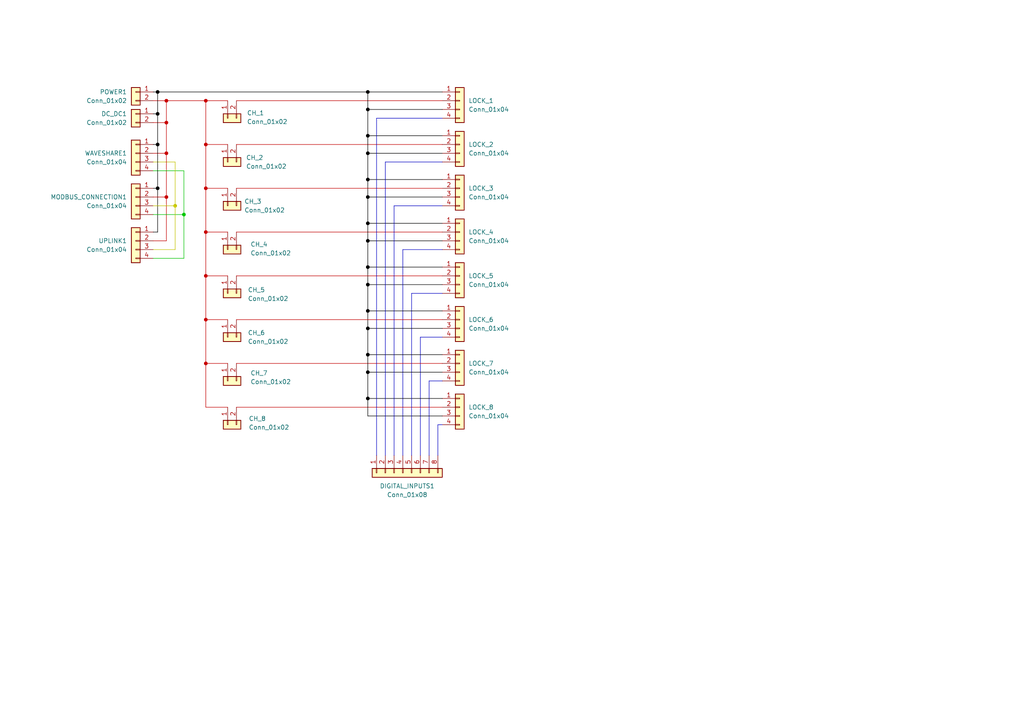
<source format=kicad_sch>
(kicad_sch (version 20250114) (generator "eeschema") (generator_version "9.0")
  (paper "A4")
  (lib_symbols
    (symbol "Connector_Generic:Conn_01x02" (pin_names (offset 1.016) (hide yes))
      (property "Reference" "J" (at 0 2.54 0))
      (property "Value" "Conn_01x02" (at 0 -5.08 0))
      (symbol "Conn_01x02_1_1"
        (rectangle (start -1.27 1.27) (end 1.27 -3.81) (stroke (width 0.254)) (fill (type background)))
        (rectangle (start -1.27 0.127) (end 0 -0.127) (stroke (width 0.1524)))
        (rectangle (start -1.27 -2.413) (end 0 -2.667) (stroke (width 0.1524)))
        (pin passive line (at -5.08 0 0) (length 3.81) (name "Pin_1") (number "1"))
        (pin passive line (at -5.08 -2.54 0) (length 3.81) (name "Pin_2") (number "2"))
      )
    )
    (symbol "Connector_Generic:Conn_01x04" (pin_names (offset 1.016) (hide yes))
      (property "Reference" "J" (at 0 5.08 0))
      (property "Value" "Conn_01x04" (at 0 -7.62 0))
      (symbol "Conn_01x04_1_1"
        (rectangle (start -1.27 3.81) (end 1.27 -6.35) (stroke (width 0.254)) (fill (type background)))
        (rectangle (start -1.27 2.667) (end 0 2.413) (stroke (width 0.1524)))
        (rectangle (start -1.27 0.127) (end 0 -0.127) (stroke (width 0.1524)))
        (rectangle (start -1.27 -2.413) (end 0 -2.667) (stroke (width 0.1524)))
        (rectangle (start -1.27 -4.953) (end 0 -5.207) (stroke (width 0.1524)))
        (pin passive line (at -5.08 2.54 0) (length 3.81) (name "Pin_1") (number "1"))
        (pin passive line (at -5.08 0 0) (length 3.81) (name "Pin_2") (number "2"))
        (pin passive line (at -5.08 -2.54 0) (length 3.81) (name "Pin_3") (number "3"))
        (pin passive line (at -5.08 -5.08 0) (length 3.81) (name "Pin_4") (number "4"))
      )
    )
    (symbol "Connector_Generic:Conn_01x08" (pin_names (offset 1.016) (hide yes))
      (property "Reference" "J" (at 0 10.16 0))
      (property "Value" "Conn_01x08" (at 0 -12.7 0))
      (symbol "Conn_01x08_1_1"
        (rectangle (start -1.27 8.89) (end 1.27 -11.43) (stroke (width 0.254)) (fill (type background)))
        (rectangle (start -1.27 7.747) (end 0 7.493) (stroke (width 0.1524)))
        (rectangle (start -1.27 5.207) (end 0 4.953) (stroke (width 0.1524)))
        (rectangle (start -1.27 2.667) (end 0 2.413) (stroke (width 0.1524)))
        (rectangle (start -1.27 0.127) (end 0 -0.127) (stroke (width 0.1524)))
        (rectangle (start -1.27 -2.413) (end 0 -2.667) (stroke (width 0.1524)))
        (rectangle (start -1.27 -4.953) (end 0 -5.207) (stroke (width 0.1524)))
        (rectangle (start -1.27 -7.493) (end 0 -7.747) (stroke (width 0.1524)))
        (rectangle (start -1.27 -10.033) (end 0 -10.287) (stroke (width 0.1524)))
        (pin passive line (at -5.08 7.62 0) (length 3.81) (name "Pin_1") (number "1"))
        (pin passive line (at -5.08 5.08 0) (length 3.81) (name "Pin_2") (number "2"))
        (pin passive line (at -5.08 2.54 0) (length 3.81) (name "Pin_3") (number "3"))
        (pin passive line (at -5.08 0 0) (length 3.81) (name "Pin_4") (number "4"))
        (pin passive line (at -5.08 -2.54 0) (length 3.81) (name "Pin_5") (number "5"))
        (pin passive line (at -5.08 -5.08 0) (length 3.81) (name "Pin_6") (number "6"))
        (pin passive line (at -5.08 -7.62 0) (length 3.81) (name "Pin_7") (number "7"))
        (pin passive line (at -5.08 -10.16 0) (length 3.81) (name "Pin_8") (number "8"))
      )
    )
  )
  (junction (at 59.69 41.91) (color 194 0 0 1))
  (junction (at 106.68 64.77) (color 0 0 0 1))
  (junction (at 106.68 39.37) (color 0 0 0 1))
  (junction (at 48.26 29.21) (color 194 0 0 1))
  (junction (at 106.68 69.85) (color 0 0 0 1))
  (junction (at 45.72 33.02) (color 0 0 0 1))
  (junction (at 59.69 54.61) (color 194 0 0 1))
  (junction (at 48.26 44.45) (color 194 0 0 1))
  (junction (at 53.34 62.23) (color 0 194 0 1))
  (junction (at 45.72 54.61) (color 0 0 0 1))
  (junction (at 50.8 59.69) (color 194 194 0 1))
  (junction (at 59.69 67.31) (color 194 0 0 1))
  (junction (at 45.72 41.91) (color 0 0 0 1))
  (junction (at 106.68 115.57) (color 0 0 0 1))
  (junction (at 48.26 57.15) (color 194 0 0 1))
  (junction (at 59.69 29.21) (color 194 0 0 1))
  (junction (at 106.68 77.47) (color 0 0 0 1))
  (junction (at 48.26 35.56) (color 194 0 0 1))
  (junction (at 106.68 82.55) (color 0 0 0 1))
  (junction (at 106.68 102.87) (color 0 0 0 1))
  (junction (at 59.69 105.41) (color 194 0 0 1))
  (junction (at 106.68 107.95) (color 0 0 0 1))
  (junction (at 59.69 92.71) (color 194 0 0 1))
  (junction (at 106.68 52.07) (color 0 0 0 1))
  (junction (at 45.72 26.67) (color 0 0 0 1))
  (junction (at 106.68 57.15) (color 0 0 0 1))
  (junction (at 106.68 90.17) (color 0 0 0 1))
  (junction (at 106.68 95.25) (color 0 0 0 1))
  (junction (at 59.69 80.01) (color 194 0 0 1))
  (junction (at 106.68 31.75) (color 0 0 0 1))
  (junction (at 106.68 44.45) (color 0 0 0 1))
  (junction (at 106.68 26.67) (color 0 0 0 1))
  (wire (pts (xy 68.58 54.61) (xy 128.27 54.61)) (stroke (width 0) (color 194 0 0 1)))
  (wire (pts (xy 119.38 132.08) (xy 119.38 85.09)) (stroke (width 0) (color 0 0 194 1)))
  (wire (pts (xy 128.27 52.07) (xy 106.68 52.07)) (stroke (width 0) (color 0 0 0 1)))
  (wire (pts (xy 48.26 29.21) (xy 59.69 29.21)) (stroke (width 0) (color 194 0 0 1)))
  (wire (pts (xy 53.34 62.23) (xy 44.45 62.23)) (stroke (width 0) (color 0 194 0 1)))
  (wire (pts (xy 106.68 90.17) (xy 106.68 82.55)) (stroke (width 0) (color 0 0 0 1)))
  (wire (pts (xy 106.68 95.25) (xy 106.68 90.17)) (stroke (width 0) (color 0 0 0 1)))
  (wire (pts (xy 106.68 77.47) (xy 106.68 69.85)) (stroke (width 0) (color 0 0 0 1)))
  (wire (pts (xy 106.68 120.65) (xy 106.68 115.57)) (stroke (width 0) (color 0 0 0 1)))
  (wire (pts (xy 44.45 46.99) (xy 50.8 46.99)) (stroke (width 0) (color 194 194 0 1)))
  (wire (pts (xy 127 123.19) (xy 128.27 123.19)) (stroke (width 0) (color 0 0 194 1)))
  (wire (pts (xy 66.04 41.91) (xy 59.69 41.91)) (stroke (width 0) (color 194 0 0 1)))
  (wire (pts (xy 116.84 132.08) (xy 116.84 72.39)) (stroke (width 0) (color 0 0 194 1)))
  (wire (pts (xy 106.68 44.45) (xy 106.68 39.37)) (stroke (width 0) (color 0 0 0 1)))
  (wire (pts (xy 44.45 35.56) (xy 48.26 35.56)) (stroke (width 0) (color 194 0 0 1)))
  (wire (pts (xy 116.84 72.39) (xy 128.27 72.39)) (stroke (width 0) (color 0 0 194 1)))
  (wire (pts (xy 106.68 39.37) (xy 106.68 31.75)) (stroke (width 0) (color 0 0 0 1)))
  (wire (pts (xy 106.68 69.85) (xy 128.27 69.85)) (stroke (width 0) (color 0 0 0 1)))
  (wire (pts (xy 44.45 54.61) (xy 45.72 54.61)) (stroke (width 0) (color 0 0 0 1)))
  (wire (pts (xy 106.68 115.57) (xy 106.68 107.95)) (stroke (width 0) (color 0 0 0 1)))
  (wire (pts (xy 53.34 62.23) (xy 53.34 74.93)) (stroke (width 0) (color 0 194 0 1)))
  (wire (pts (xy 128.27 90.17) (xy 106.68 90.17)) (stroke (width 0) (color 0 0 0 1)))
  (wire (pts (xy 50.8 59.69) (xy 44.45 59.69)) (stroke (width 0) (color 194 194 0 1)))
  (wire (pts (xy 45.72 54.61) (xy 45.72 41.91)) (stroke (width 0) (color 0 0 0 1)))
  (wire (pts (xy 68.58 41.91) (xy 128.27 41.91)) (stroke (width 0) (color 194 0 0 1)))
  (wire (pts (xy 44.45 49.53) (xy 53.34 49.53)) (stroke (width 0) (color 0 194 0 1)))
  (wire (pts (xy 106.68 69.85) (xy 106.68 64.77)) (stroke (width 0) (color 0 0 0 1)))
  (wire (pts (xy 109.22 34.29) (xy 128.27 34.29)) (stroke (width 0) (color 0 0 194 1)))
  (wire (pts (xy 106.68 31.75) (xy 106.68 26.67)) (stroke (width 0) (color 0 0 0 1)))
  (wire (pts (xy 44.45 69.85) (xy 48.26 69.85)) (stroke (width 0) (color 194 0 0 1)))
  (wire (pts (xy 127 132.08) (xy 127 123.19)) (stroke (width 0) (color 0 0 194 1)))
  (wire (pts (xy 106.68 57.15) (xy 128.27 57.15)) (stroke (width 0) (color 0 0 0 1)))
  (wire (pts (xy 68.58 67.31) (xy 128.27 67.31)) (stroke (width 0) (color 194 0 0 1)))
  (wire (pts (xy 50.8 72.39) (xy 50.8 59.69)) (stroke (width 0) (color 194 194 0 1)))
  (wire (pts (xy 45.72 26.67) (xy 106.68 26.67)) (stroke (width 0) (color 0 0 0 1)))
  (wire (pts (xy 106.68 52.07) (xy 106.68 44.45)) (stroke (width 0) (color 0 0 0 1)))
  (wire (pts (xy 48.26 57.15) (xy 48.26 44.45)) (stroke (width 0) (color 194 0 0 1)))
  (wire (pts (xy 119.38 85.09) (xy 128.27 85.09)) (stroke (width 0) (color 0 0 194 1)))
  (wire (pts (xy 106.68 107.95) (xy 106.68 102.87)) (stroke (width 0) (color 0 0 0 1)))
  (wire (pts (xy 106.68 64.77) (xy 106.68 57.15)) (stroke (width 0) (color 0 0 0 1)))
  (wire (pts (xy 59.69 92.71) (xy 59.69 80.01)) (stroke (width 0) (color 194 0 0 1)))
  (wire (pts (xy 59.69 54.61) (xy 59.69 41.91)) (stroke (width 0) (color 194 0 0 1)))
  (wire (pts (xy 128.27 105.41) (xy 68.58 105.41)) (stroke (width 0) (color 194 0 0 1)))
  (wire (pts (xy 121.92 97.79) (xy 121.92 132.08)) (stroke (width 0) (color 0 0 194 1)))
  (wire (pts (xy 68.58 92.71) (xy 128.27 92.71)) (stroke (width 0) (color 194 0 0 1)))
  (wire (pts (xy 66.04 92.71) (xy 59.69 92.71)) (stroke (width 0) (color 194 0 0 1)))
  (wire (pts (xy 106.68 102.87) (xy 106.68 95.25)) (stroke (width 0) (color 0 0 0 1)))
  (wire (pts (xy 59.69 41.91) (xy 59.69 29.21)) (stroke (width 0) (color 194 0 0 1)))
  (wire (pts (xy 59.69 118.11) (xy 59.69 105.41)) (stroke (width 0) (color 194 0 0 1)))
  (wire (pts (xy 106.68 26.67) (xy 128.27 26.67)) (stroke (width 0) (color 0 0 0 1)))
  (wire (pts (xy 106.68 107.95) (xy 128.27 107.95)) (stroke (width 0) (color 0 0 0 1)))
  (wire (pts (xy 109.22 132.08) (xy 109.22 34.29)) (stroke (width 0) (color 0 0 194 1)))
  (wire (pts (xy 111.76 132.08) (xy 111.76 46.99)) (stroke (width 0) (color 0 0 194 1)))
  (wire (pts (xy 53.34 49.53) (xy 53.34 62.23)) (stroke (width 0) (color 0 194 0 1)))
  (wire (pts (xy 59.69 105.41) (xy 59.69 92.71)) (stroke (width 0) (color 194 0 0 1)))
  (wire (pts (xy 44.45 26.67) (xy 45.72 26.67)) (stroke (width 0) (color 0 0 0 1)))
  (wire (pts (xy 68.58 29.21) (xy 128.27 29.21)) (stroke (width 0) (color 194 0 0 1)))
  (wire (pts (xy 128.27 64.77) (xy 106.68 64.77)) (stroke (width 0) (color 0 0 0 1)))
  (wire (pts (xy 44.45 57.15) (xy 48.26 57.15)) (stroke (width 0) (color 194 0 0 1)))
  (wire (pts (xy 44.45 74.93) (xy 53.34 74.93)) (stroke (width 0) (color 0 194 0 1)))
  (wire (pts (xy 66.04 54.61) (xy 59.69 54.61)) (stroke (width 0) (color 194 0 0 1)))
  (wire (pts (xy 45.72 33.02) (xy 45.72 26.67)) (stroke (width 0) (color 0 0 0 1)))
  (wire (pts (xy 128.27 115.57) (xy 106.68 115.57)) (stroke (width 0) (color 0 0 0 1)))
  (wire (pts (xy 44.45 29.21) (xy 48.26 29.21)) (stroke (width 0) (color 194 0 0 1)))
  (wire (pts (xy 114.3 59.69) (xy 128.27 59.69)) (stroke (width 0) (color 0 0 194 1)))
  (wire (pts (xy 44.45 67.31) (xy 45.72 67.31)) (stroke (width 0) (color 0 0 0 1)))
  (wire (pts (xy 59.69 29.21) (xy 66.04 29.21)) (stroke (width 0) (color 194 0 0 1)))
  (wire (pts (xy 59.69 67.31) (xy 59.69 54.61)) (stroke (width 0) (color 194 0 0 1)))
  (wire (pts (xy 106.68 31.75) (xy 128.27 31.75)) (stroke (width 0) (color 0 0 0 1)))
  (wire (pts (xy 66.04 118.11) (xy 59.69 118.11)) (stroke (width 0) (color 194 0 0 1)))
  (wire (pts (xy 128.27 39.37) (xy 106.68 39.37)) (stroke (width 0) (color 0 0 0 1)))
  (wire (pts (xy 66.04 105.41) (xy 59.69 105.41)) (stroke (width 0) (color 194 0 0 1)))
  (wire (pts (xy 44.45 72.39) (xy 50.8 72.39)) (stroke (width 0) (color 194 194 0 1)))
  (wire (pts (xy 68.58 118.11) (xy 128.27 118.11)) (stroke (width 0) (color 194 0 0 1)))
  (wire (pts (xy 48.26 44.45) (xy 48.26 35.56)) (stroke (width 0) (color 194 0 0 1)))
  (wire (pts (xy 45.72 41.91) (xy 45.72 33.02)) (stroke (width 0) (color 0 0 0 1)))
  (wire (pts (xy 106.68 82.55) (xy 128.27 82.55)) (stroke (width 0) (color 0 0 0 1)))
  (wire (pts (xy 50.8 46.99) (xy 50.8 59.69)) (stroke (width 0) (color 194 194 0 1)))
  (wire (pts (xy 48.26 35.56) (xy 48.26 29.21)) (stroke (width 0) (color 194 0 0 1)))
  (wire (pts (xy 106.68 95.25) (xy 128.27 95.25)) (stroke (width 0) (color 0 0 0 1)))
  (wire (pts (xy 114.3 132.08) (xy 114.3 59.69)) (stroke (width 0) (color 0 0 194 1)))
  (wire (pts (xy 128.27 120.65) (xy 106.68 120.65)) (stroke (width 0) (color 0 0 0 1)))
  (wire (pts (xy 106.68 57.15) (xy 106.68 52.07)) (stroke (width 0) (color 0 0 0 1)))
  (wire (pts (xy 48.26 69.85) (xy 48.26 57.15)) (stroke (width 0) (color 194 0 0 1)))
  (wire (pts (xy 44.45 44.45) (xy 48.26 44.45)) (stroke (width 0) (color 194 0 0 1)))
  (wire (pts (xy 66.04 67.31) (xy 59.69 67.31)) (stroke (width 0) (color 194 0 0 1)))
  (wire (pts (xy 106.68 82.55) (xy 106.68 77.47)) (stroke (width 0) (color 0 0 0 1)))
  (wire (pts (xy 124.46 132.08) (xy 124.46 110.49)) (stroke (width 0) (color 0 0 194 1)))
  (wire (pts (xy 128.27 102.87) (xy 106.68 102.87)) (stroke (width 0) (color 0 0 0 1)))
  (wire (pts (xy 128.27 77.47) (xy 106.68 77.47)) (stroke (width 0) (color 0 0 0 1)))
  (wire (pts (xy 68.58 80.01) (xy 128.27 80.01)) (stroke (width 0) (color 194 0 0 1)))
  (wire (pts (xy 128.27 97.79) (xy 121.92 97.79)) (stroke (width 0) (color 0 0 194 1)))
  (wire (pts (xy 45.72 67.31) (xy 45.72 54.61)) (stroke (width 0) (color 0 0 0 1)))
  (wire (pts (xy 106.68 44.45) (xy 128.27 44.45)) (stroke (width 0) (color 0 0 0 1)))
  (wire (pts (xy 44.45 33.02) (xy 45.72 33.02)) (stroke (width 0) (color 0 0 0 1)))
  (wire (pts (xy 124.46 110.49) (xy 128.27 110.49)) (stroke (width 0) (color 0 0 194 1)))
  (wire (pts (xy 66.04 80.01) (xy 59.69 80.01)) (stroke (width 0) (color 194 0 0 1)))
  (wire (pts (xy 44.45 41.91) (xy 45.72 41.91)) (stroke (width 0) (color 0 0 0 1)))
  (wire (pts (xy 111.76 46.99) (xy 128.27 46.99)) (stroke (width 0) (color 0 0 194 1)))
  (wire (pts (xy 59.69 80.01) (xy 59.69 67.31)) (stroke (width 0) (color 194 0 0 1)))
  (symbol (lib_id "Connector_Generic:Conn_01x04") (at 133.35 67.31 0) (unit 1)
    (property "Reference" "LOCK_4" (at 135.89 67.3099 0) (effects (justify left)))
    (property "Value" "Conn_01x04" (at 135.89 69.8499 0) (effects (justify left)))
    (property "Footprint" "Connector_JST:JST_XH_B4B-XH-A_1x04_P2.50mm_Vertical" (effects (hide yes)))
    (property "Description" "Generic connector, single row, 01x04, script generated (kicad-library-utils/schlib/autogen/connector/)" (effects (hide yes)))
  )
  (symbol (lib_id "Connector_Generic:Conn_01x08") (at 116.84 137.16 90) (mirror x) (unit 1)
    (property "Reference" "DIGITAL_INPUTS1" (at 118.11 140.97 90))
    (property "Value" "Conn_01x08" (at 118.11 143.51 90))
    (property "Footprint" "Connector_JST:JST_XH_B8B-XH-A_1x08_P2.50mm_Vertical" (effects (hide yes)))
    (property "Description" "Generic connector, single row, 01x08, script generated (kicad-library-utils/schlib/autogen/connector/)" (effects (hide yes)))
  )
  (symbol (lib_id "Connector_Generic:Conn_01x04") (at 133.35 54.61 0) (unit 1)
    (property "Reference" "LOCK_3" (at 135.89 54.6099 0) (effects (justify left)))
    (property "Value" "Conn_01x04" (at 135.89 57.1499 0) (effects (justify left)))
    (property "Footprint" "Connector_JST:JST_XH_B4B-XH-A_1x04_P2.50mm_Vertical" (effects (hide yes)))
    (property "Description" "Generic connector, single row, 01x04, script generated (kicad-library-utils/schlib/autogen/connector/)" (effects (hide yes)))
  )
  (symbol (lib_id "Connector_Generic:Conn_01x04") (at 133.35 41.91 0) (unit 1)
    (property "Reference" "LOCK_2" (at 135.89 41.9099 0) (effects (justify left)))
    (property "Value" "Conn_01x04" (at 135.89 44.4499 0) (effects (justify left)))
    (property "Footprint" "Connector_JST:JST_XH_B4B-XH-A_1x04_P2.50mm_Vertical" (effects (hide yes)))
    (property "Description" "Generic connector, single row, 01x04, script generated (kicad-library-utils/schlib/autogen/connector/)" (effects (hide yes)))
  )
  (symbol (lib_id "Connector_Generic:Conn_01x04") (at 133.35 80.01 0) (unit 1)
    (property "Reference" "LOCK_5" (at 135.89 80.0099 0) (effects (justify left)))
    (property "Value" "Conn_01x04" (at 135.89 82.5499 0) (effects (justify left)))
    (property "Footprint" "Connector_JST:JST_XH_B4B-XH-A_1x04_P2.50mm_Vertical" (effects (hide yes)))
    (property "Description" "Generic connector, single row, 01x04, script generated (kicad-library-utils/schlib/autogen/connector/)" (effects (hide yes)))
  )
  (symbol (lib_id "Connector_Generic:Conn_01x04") (at 133.35 118.11 0) (unit 1)
    (property "Reference" "LOCK_8" (at 135.89 118.1099 0) (effects (justify left)))
    (property "Value" "Conn_01x04" (at 135.89 120.6499 0) (effects (justify left)))
    (property "Footprint" "Connector_JST:JST_XH_B4B-XH-A_1x04_P2.50mm_Vertical" (effects (hide yes)))
    (property "Description" "Generic connector, single row, 01x04, script generated (kicad-library-utils/schlib/autogen/connector/)" (effects (hide yes)))
  )
  (symbol (lib_id "Connector_Generic:Conn_01x02") (at 66.04 72.39 90) (mirror x) (unit 1)
    (property "Reference" "CH_4" (at 72.644 70.866 90) (effects (justify right)))
    (property "Value" "Conn_01x02" (at 72.644 73.406 90) (effects (justify right)))
    (property "Footprint" "Connector_JST:JST_XH_B2B-XH-A_1x02_P2.50mm_Vertical" (effects (hide yes)))
    (property "Description" "Generic connector, single row, 01x02, script generated (kicad-library-utils/schlib/autogen/connector/)" (effects (hide yes)))
  )
  (symbol (lib_id "Connector_Generic:Conn_01x04") (at 39.37 44.45 0) (mirror y) (unit 1)
    (property "Reference" "WAVESHARE1" (at 36.83 44.4499 0) (effects (justify left)))
    (property "Value" "Conn_01x04" (at 36.83 46.9899 0) (effects (justify left)))
    (property "Footprint" "Connector_JST:JST_XH_B4B-XH-A_1x04_P2.50mm_Vertical" (effects (hide yes)))
    (property "Description" "Generic connector, single row, 01x04, script generated (kicad-library-utils/schlib/autogen/connector/)" (effects (hide yes)))
  )
  (symbol (lib_id "Connector_Generic:Conn_01x02") (at 66.04 110.49 90) (mirror x) (unit 1)
    (property "Reference" "CH_7" (at 72.644 108.204 90) (effects (justify right)))
    (property "Value" "Conn_01x02" (at 72.644 110.744 90) (effects (justify right)))
    (property "Footprint" "Connector_JST:JST_XH_B2B-XH-A_1x02_P2.50mm_Vertical" (effects (hide yes)))
    (property "Description" "Generic connector, single row, 01x02, script generated (kicad-library-utils/schlib/autogen/connector/)" (effects (hide yes)))
  )
  (symbol (lib_id "Connector_Generic:Conn_01x02") (at 66.04 46.99 90) (mirror x) (unit 1)
    (property "Reference" "CH_2" (at 71.374 45.72 90) (effects (justify right)))
    (property "Value" "Conn_01x02" (at 71.374 48.26 90) (effects (justify right)))
    (property "Footprint" "Connector_JST:JST_XH_B2B-XH-A_1x02_P2.50mm_Vertical" (effects (hide yes)))
    (property "Description" "Generic connector, single row, 01x02, script generated (kicad-library-utils/schlib/autogen/connector/)" (effects (hide yes)))
  )
  (symbol (lib_id "Connector_Generic:Conn_01x04") (at 39.37 57.15 0) (mirror y) (unit 1)
    (property "Reference" "MODBUS_CONNECTION1" (at 36.83 57.1499 0) (effects (justify left)))
    (property "Value" "Conn_01x04" (at 36.83 59.6899 0) (effects (justify left)))
    (property "Footprint" "Connector_JST:JST_XH_B4B-XH-A_1x04_P2.50mm_Vertical" (effects (hide yes)))
    (property "Description" "Generic connector, single row, 01x04, script generated (kicad-library-utils/schlib/autogen/connector/)" (effects (hide yes)))
  )
  (symbol (lib_id "Connector_Generic:Conn_01x02") (at 66.04 34.29 90) (mirror x) (unit 1)
    (property "Reference" "CH_1" (at 71.628 32.766 90) (effects (justify right)))
    (property "Value" "Conn_01x02" (at 71.628 35.306 90) (effects (justify right)))
    (property "Footprint" "Connector_JST:JST_XH_B2B-XH-A_1x02_P2.50mm_Vertical" (effects (hide yes)))
    (property "Description" "Generic connector, single row, 01x02, script generated (kicad-library-utils/schlib/autogen/connector/)" (effects (hide yes)))
  )
  (symbol (lib_id "Connector_Generic:Conn_01x04") (at 133.35 29.21 0) (unit 1)
    (property "Reference" "LOCK_1" (at 135.89 29.2099 0) (effects (justify left)))
    (property "Value" "Conn_01x04" (at 135.89 31.7499 0) (effects (justify left)))
    (property "Footprint" "Connector_JST:JST_XH_B4B-XH-A_1x04_P2.50mm_Vertical" (effects (hide yes)))
    (property "Description" "Generic connector, single row, 01x04, script generated (kicad-library-utils/schlib/autogen/connector/)" (effects (hide yes)))
  )
  (symbol (lib_id "Connector_Generic:Conn_01x02") (at 66.04 85.09 90) (mirror x) (unit 1)
    (property "Reference" "CH_5" (at 71.882 84.074 90) (effects (justify right)))
    (property "Value" "Conn_01x02" (at 71.882 86.614 90) (effects (justify right)))
    (property "Footprint" "Connector_JST:JST_XH_B2B-XH-A_1x02_P2.50mm_Vertical" (effects (hide yes)))
    (property "Description" "Generic connector, single row, 01x02, script generated (kicad-library-utils/schlib/autogen/connector/)" (effects (hide yes)))
  )
  (symbol (lib_id "Connector_Generic:Conn_01x02") (at 39.37 33.02 0) (mirror y) (unit 1)
    (property "Reference" "DC_DC1" (at 36.83 33.0199 0) (effects (justify left)))
    (property "Value" "Conn_01x02" (at 36.83 35.5599 0) (effects (justify left)))
    (property "Footprint" "Connector_JST:JST_XH_B2B-XH-A_1x02_P2.50mm_Vertical" (effects (hide yes)))
    (property "Description" "Generic connector, single row, 01x02, script generated (kicad-library-utils/schlib/autogen/connector/)" (effects (hide yes)))
  )
  (symbol (lib_id "Connector_Generic:Conn_01x02") (at 66.04 59.69 90) (mirror x) (unit 1)
    (property "Reference" "CH_3" (at 70.866 58.42 90) (effects (justify right)))
    (property "Value" "Conn_01x02" (at 70.866 60.96 90) (effects (justify right)))
    (property "Footprint" "Connector_JST:JST_XH_B2B-XH-A_1x02_P2.50mm_Vertical" (effects (hide yes)))
    (property "Description" "Generic connector, single row, 01x02, script generated (kicad-library-utils/schlib/autogen/connector/)" (effects (hide yes)))
  )
  (symbol (lib_id "Connector_Generic:Conn_01x02") (at 39.37 26.67 0) (mirror y) (unit 1)
    (property "Reference" "POWER1" (at 36.83 26.6699 0) (effects (justify left)))
    (property "Value" "Conn_01x02" (at 36.83 29.2099 0) (effects (justify left)))
    (property "Footprint" "Connector_JST:JST_XH_B2B-XH-A_1x02_P2.50mm_Vertical" (effects (hide yes)))
    (property "Description" "Generic connector, single row, 01x02, script generated (kicad-library-utils/schlib/autogen/connector/)" (effects (hide yes)))
  )
  (symbol (lib_id "Connector_Generic:Conn_01x04") (at 133.35 92.71 0) (unit 1)
    (property "Reference" "LOCK_6" (at 135.89 92.7099 0) (effects (justify left)))
    (property "Value" "Conn_01x04" (at 135.89 95.2499 0) (effects (justify left)))
    (property "Footprint" "Connector_JST:JST_XH_B4B-XH-A_1x04_P2.50mm_Vertical" (effects (hide yes)))
    (property "Description" "Generic connector, single row, 01x04, script generated (kicad-library-utils/schlib/autogen/connector/)" (effects (hide yes)))
  )
  (symbol (lib_id "Connector_Generic:Conn_01x02") (at 66.04 123.19 90) (mirror x) (unit 1)
    (property "Reference" "CH_8" (at 72.136 121.412 90) (effects (justify right)))
    (property "Value" "Conn_01x02" (at 72.136 123.952 90) (effects (justify right)))
    (property "Footprint" "Connector_JST:JST_XH_B2B-XH-A_1x02_P2.50mm_Vertical" (effects (hide yes)))
    (property "Description" "Generic connector, single row, 01x02, script generated (kicad-library-utils/schlib/autogen/connector/)" (effects (hide yes)))
  )
  (symbol (lib_id "Connector_Generic:Conn_01x04") (at 133.35 105.41 0) (unit 1)
    (property "Reference" "LOCK_7" (at 135.89 105.4099 0) (effects (justify left)))
    (property "Value" "Conn_01x04" (at 135.89 107.9499 0) (effects (justify left)))
    (property "Footprint" "Connector_JST:JST_XH_B4B-XH-A_1x04_P2.50mm_Vertical" (effects (hide yes)))
    (property "Description" "Generic connector, single row, 01x04, script generated (kicad-library-utils/schlib/autogen/connector/)" (effects (hide yes)))
  )
  (symbol (lib_id "Connector_Generic:Conn_01x04") (at 39.37 69.85 0) (mirror y) (unit 1)
    (property "Reference" "UPLINK1" (at 36.83 69.8499 0) (effects (justify left)))
    (property "Value" "Conn_01x04" (at 36.83 72.3899 0) (effects (justify left)))
    (property "Footprint" "Connector_JST:JST_XH_B4B-XH-A_1x04_P2.50mm_Vertical" (effects (hide yes)))
    (property "Description" "Generic connector, single row, 01x04, script generated (kicad-library-utils/schlib/autogen/connector/)" (effects (hide yes)))
  )
  (symbol (lib_id "Connector_Generic:Conn_01x02") (at 66.04 97.79 90) (mirror x) (unit 1)
    (property "Reference" "CH_6" (at 71.882 96.52 90) (effects (justify right)))
    (property "Value" "Conn_01x02" (at 71.882 99.06 90) (effects (justify right)))
    (property "Footprint" "Connector_JST:JST_XH_B2B-XH-A_1x02_P2.50mm_Vertical" (effects (hide yes)))
    (property "Description" "Generic connector, single row, 01x02, script generated (kicad-library-utils/schlib/autogen/connector/)" (effects (hide yes)))
  )
)
</source>
